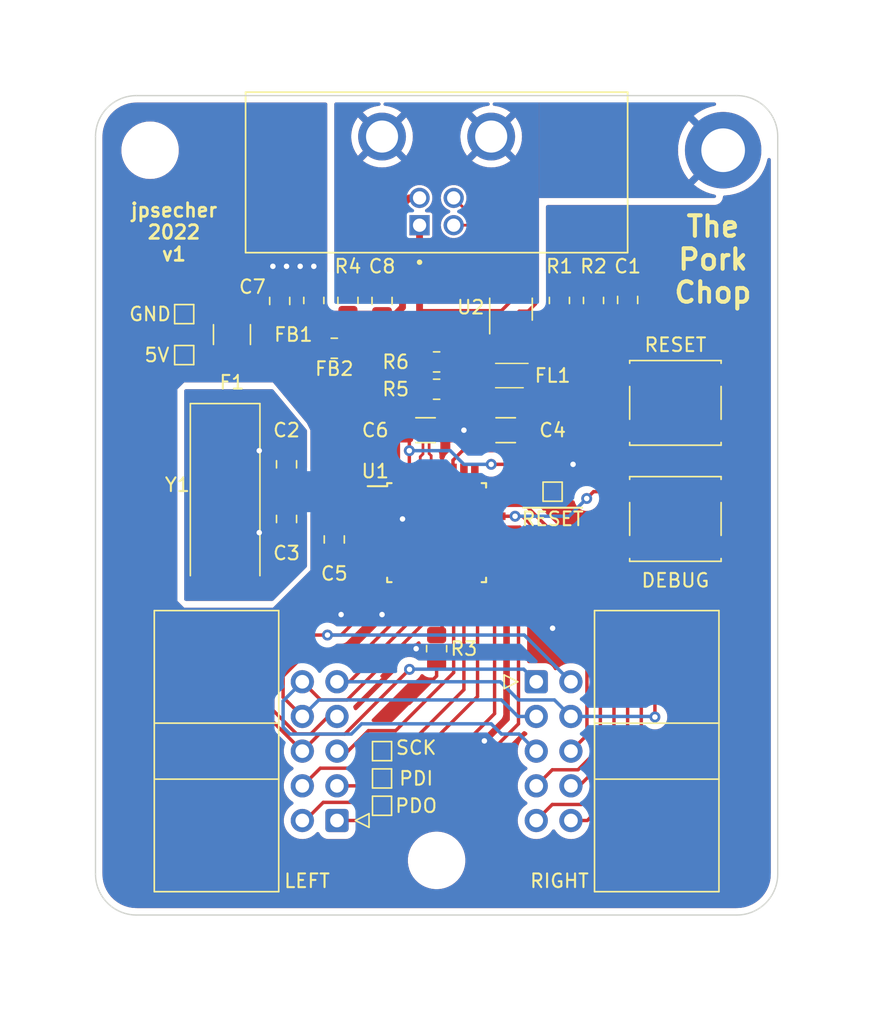
<source format=kicad_pcb>
(kicad_pcb (version 20211014) (generator pcbnew)
  (layers (0 "F.Cu" signal) (31 "B.Cu" signal) (34 "B.Paste" user) (35 "F.Paste" user) (36 "B.SilkS" user "B.Silkscreen") (37 "F.SilkS" user "F.Silkscreen") (38 "B.Mask" user) (39 "F.Mask" user) (44 "Edge.Cuts" user))
  (net 0 "")
  (net 1 "Net-(C1-Pad1)")
  (net 2 "GND")
  (net 3 "Net-(C2-Pad1)")
  (net 4 "Net-(C3-Pad1)")
  (net 5 "Net-(C4-Pad1)")
  (net 6 "+5V")
  (net 7 "Net-(C7-Pad1)")
  (net 8 "GNDPWR")
  (net 9 "Net-(C8-Pad2)")
  (net 10 "Net-(FB2-Pad2)")
  (net 11 "/D+")
  (net 12 "Net-(FL1-Pad2)")
  (net 13 "Net-(FL1-Pad3)")
  (net 14 "/D-")
  (net 15 "/DD-")
  (net 16 "R0")
  (net 17 "R1")
  (net 18 "R2")
  (net 19 "R3")
  (net 20 "R4")
  (net 21 "C0")
  (net 22 "C1")
  (net 23 "C2")
  (net 24 "C3")
  (net 25 "C4")
  (net 26 "C5")
  (net 27 "C6")
  (net 28 "C7")
  (net 29 "C8")
  (net 30 "C9")
  (net 31 "Net-(R2-Pad2)")
  (net 32 "Net-(R3-Pad1)")
  (net 33 "/DD+")
  (net 34 "DDD-")
  (net 40 "DDD+")
  (footprint "mech-kbd:AMPHENOL_MUSBD111M0" (layer "F.Cu") (at 125 63 180)
    (fp_text reference "J1" hide)
    (fp_text value "MUSBD111M0")
    (pad "1" thru_hole rect (at 1.25 -6.49 180) (size 1.478 1.478) (drill 0.97) (layers *.Cu *.Mask) (net 10 "Net-(FB2-Pad2)"))
    (pad "2" thru_hole circle (at -1.25 -6.49 180) (size 1.478 1.478) (drill 0.97) (layers *.Cu *.Mask) (net 14 "/D-"))
    (pad "3" thru_hole circle (at -1.25 -4.49 180) (size 1.478 1.478) (drill 0.97) (layers *.Cu *.Mask) (net 11 "/D+"))
    (pad "4" thru_hole circle (at 1.25 -4.49 180) (size 1.478 1.478) (drill 0.97) (layers *.Cu *.Mask) (net 9 "Net-(C8-Pad2)"))
    (pad "5" thru_hole circle (at -4 0 180) (size 3.5 3.5) (drill 2.35) (layers *.Cu *.Mask) (net 8 "GNDPWR"))
    (pad "5" thru_hole circle (at 4 0 180) (size 3.5 3.5) (drill 2.35) (layers *.Cu *.Mask) (net 8 "GNDPWR"))
  )
  (footprint "Capacitor_SMD:C_0805_2012Metric_Pad1.18x1.45mm_HandSolder" (layer "F.Cu") (at 121 75.0375 -90)
    (fp_text reference "C8" (at -2.5375 0 180) (layer "F.SilkS"))
    (fp_text value "22p/100V")
    (pad "1" smd roundrect (at -1.0375 0 270) (size 1.175 1.45) (layers "F.Cu" "F.Paste" "F.Mask") (roundrect_rratio 0.2127659574) (net 8 "GNDPWR"))
    (pad "2" smd roundrect (at 1.0375 0 270) (size 1.175 1.45) (layers "F.Cu" "F.Paste" "F.Mask") (roundrect_rratio 0.2127659574) (net 9 "Net-(C8-Pad2)"))
  )
  (footprint "Connector_IDC:IDC-Header_2x05_P2.54mm_Horizontal" (layer "F.Cu") (at 117.6975 113.08 180)
    (fp_text reference "J2" hide)
    (fp_text value "LEFT" (at 2.1975 -4.42) (layer "F.SilkS"))
    (pad "1" thru_hole roundrect (at 0 0 180) (size 1.7 1.7) (drill 1) (layers *.Cu *.Mask) (roundrect_rratio 0.1470588235) (net 21 "C0"))
    (pad "2" thru_hole circle (at 2.54 0 180) (size 1.7 1.7) (drill 1) (layers *.Cu *.Mask) (net 22 "C1"))
    (pad "3" thru_hole circle (at 0 2.54 180) (size 1.7 1.7) (drill 1) (layers *.Cu *.Mask) (net 23 "C2"))
    (pad "4" thru_hole circle (at 2.54 2.54 180) (size 1.7 1.7) (drill 1) (layers *.Cu *.Mask) (net 24 "C3"))
    (pad "5" thru_hole circle (at 0 5.08 180) (size 1.7 1.7) (drill 1) (layers *.Cu *.Mask) (net 25 "C4"))
    (pad "6" thru_hole circle (at 2.54 5.08 180) (size 1.7 1.7) (drill 1) (layers *.Cu *.Mask) (net 16 "R0"))
    (pad "7" thru_hole circle (at 0 7.62 180) (size 1.7 1.7) (drill 1) (layers *.Cu *.Mask) (net 17 "R1"))
    (pad "8" thru_hole circle (at 2.54 7.62 180) (size 1.7 1.7) (drill 1) (layers *.Cu *.Mask) (net 18 "R2"))
    (pad "9" thru_hole circle (at 0 10.16 180) (size 1.7 1.7) (drill 1) (layers *.Cu *.Mask) (net 19 "R3"))
    (pad "10" thru_hole circle (at 2.54 10.16 180) (size 1.7 1.7) (drill 1) (layers *.Cu *.Mask) (net 20 "R4"))
  )
  (footprint "Resistor_SMD:R_0805_2012Metric_Pad1.20x1.40mm_HandSolder" (layer "F.Cu") (at 125 79.5 180)
    (fp_text reference "R6" (at 3 0) (layer "F.SilkS"))
    (fp_text value "22")
    (pad "1" smd roundrect (at -1 0 180) (size 1.2 1.4) (layers "F.Cu" "F.Paste" "F.Mask") (roundrect_rratio 0.2083333333) (net 12 "Net-(FL1-Pad2)"))
    (pad "2" smd roundrect (at 1 0 180) (size 1.2 1.4) (layers "F.Cu" "F.Paste" "F.Mask") (roundrect_rratio 0.2083333333) (net 40 "DDD+"))
  )
  (footprint "Capacitor_SMD:C_0805_2012Metric_Pad1.18x1.45mm_HandSolder" (layer "F.Cu") (at 114 91 -90)
    (fp_text reference "C3" (at 2.5 0 180) (layer "F.SilkS"))
    (fp_text value "22p")
    (pad "1" smd roundrect (at -1.0375 0 270) (size 1.175 1.45) (layers "F.Cu" "F.Paste" "F.Mask") (roundrect_rratio 0.2127659574) (net 4 "Net-(C3-Pad1)"))
    (pad "2" smd roundrect (at 1.0375 0 270) (size 1.175 1.45) (layers "F.Cu" "F.Paste" "F.Mask") (roundrect_rratio 0.2127659574) (net 2 "GND"))
  )
  (footprint "Capacitor_SMD:C_1206_3216Metric_Pad1.33x1.80mm_HandSolder" (layer "F.Cu") (at 124.1875 84.5)
    (fp_text reference "C6" (at -3.6875 0) (layer "F.SilkS"))
    (fp_text value "1µ")
    (pad "1" smd roundrect (at -1.5625 0) (size 1.325 1.8) (layers "F.Cu" "F.Paste" "F.Mask") (roundrect_rratio 0.1886792453) (net 6 "+5V"))
    (pad "2" smd roundrect (at 1.5625 0) (size 1.325 1.8) (layers "F.Cu" "F.Paste" "F.Mask") (roundrect_rratio 0.1886792453) (net 2 "GND"))
  )
  (footprint "Resistor_SMD:R_1210_3225Metric_Pad1.30x2.65mm_HandSolder" (layer "F.Cu") (at 110 77.5 -90)
    (fp_text reference "F1" (at 3.5 0 180) (layer "F.SilkS"))
    (fp_text value "350mA")
    (pad "1" smd roundrect (at -1.55 0 270) (size 1.3 2.65) (layers "F.Cu" "F.Paste" "F.Mask") (roundrect_rratio 0.1923076923) (net 7 "Net-(C7-Pad1)"))
    (pad "2" smd roundrect (at 1.55 0 270) (size 1.3 2.65) (layers "F.Cu" "F.Paste" "F.Mask") (roundrect_rratio 0.1923076923) (net 6 "+5V"))
  )
  (footprint "MountingHole:MountingHole_3.2mm_M3" (layer "F.Cu") (at 104 64)
    (fp_text reference "REF**" hide)
    (fp_text value "MountingHole_3.2mm_M3" hide)
    (pad "" np_thru_hole circle (at 0 0) (size 3.2 3.2) (drill 3.2) (layers *.Cu *.Mask))
  )
  (footprint "Button_Switch_SMD:SW_SPST_EVQQ2" (layer "F.Cu") (at 142.5 82.5 180)
    (fp_text reference "SW1" hide)
    (fp_text value "RESET" (at 0 4.25) (layer "F.SilkS"))
    (pad "1" smd rect (at 3.4 -2 180) (size 3.2 1) (layers "F.Cu" "F.Paste" "F.Mask") (net 31 "Net-(R2-Pad2)"))
    (pad "1" smd rect (at -3.4 -2 180) (size 3.2 1) (layers "F.Cu" "F.Paste" "F.Mask") (net 31 "Net-(R2-Pad2)"))
    (pad "2" smd rect (at 3.4 2 180) (size 3.2 1) (layers "F.Cu" "F.Paste" "F.Mask") (net 2 "GND"))
    (pad "2" smd rect (at -3.4 2 180) (size 3.2 1) (layers "F.Cu" "F.Paste" "F.Mask") (net 2 "GND"))
  )
  (footprint "TestPoint:TestPoint_Pad_1.0x1.0mm" (layer "F.Cu") (at 106.5 76)
    (fp_text reference "TP5" hide)
    (fp_text value "GND" (at -2.5 0) (layer "F.SilkS"))
    (pad "1" smd rect (at 0 0) (size 1 1) (layers "F.Cu" "F.Mask") (net 2 "GND"))
  )
  (footprint "Capacitor_SMD:C_1206_3216Metric_Pad1.33x1.80mm_HandSolder" (layer "F.Cu") (at 130.0625 84.5 180)
    (fp_text reference "C4" (at -3.4375 0) (layer "F.SilkS"))
    (fp_text value "1µ")
    (pad "1" smd roundrect (at -1.5625 0 180) (size 1.325 1.8) (layers "F.Cu" "F.Paste" "F.Mask") (roundrect_rratio 0.1886792453) (net 5 "Net-(C4-Pad1)"))
    (pad "2" smd roundrect (at 1.5625 0 180) (size 1.325 1.8) (layers "F.Cu" "F.Paste" "F.Mask") (roundrect_rratio 0.1886792453) (net 2 "GND"))
  )
  (footprint "Connector_IDC:IDC-Header_2x05_P2.54mm_Horizontal" (layer "F.Cu") (at 132.3025 102.92)
    (fp_text reference "J3" hide)
    (fp_text value "RIGHT" (at 1.6975 14.58) (layer "F.SilkS"))
    (pad "1" thru_hole roundrect (at 0 0) (size 1.7 1.7) (drill 1) (layers *.Cu *.Mask) (roundrect_rratio 0.1470588235) (net 16 "R0"))
    (pad "2" thru_hole circle (at 2.54 0) (size 1.7 1.7) (drill 1) (layers *.Cu *.Mask) (net 17 "R1"))
    (pad "3" thru_hole circle (at 0 2.54) (size 1.7 1.7) (drill 1) (layers *.Cu *.Mask) (net 18 "R2"))
    (pad "4" thru_hole circle (at 2.54 2.54) (size 1.7 1.7) (drill 1) (layers *.Cu *.Mask) (net 19 "R3"))
    (pad "5" thru_hole circle (at 0 5.08) (size 1.7 1.7) (drill 1) (layers *.Cu *.Mask) (net 20 "R4"))
    (pad "6" thru_hole circle (at 2.54 5.08) (size 1.7 1.7) (drill 1) (layers *.Cu *.Mask) (net 26 "C5"))
    (pad "7" thru_hole circle (at 0 7.62) (size 1.7 1.7) (drill 1) (layers *.Cu *.Mask) (net 27 "C6"))
    (pad "8" thru_hole circle (at 2.54 7.62) (size 1.7 1.7) (drill 1) (layers *.Cu *.Mask) (net 28 "C7"))
    (pad "9" thru_hole circle (at 0 10.16) (size 1.7 1.7) (drill 1) (layers *.Cu *.Mask) (net 29 "C8"))
    (pad "10" thru_hole circle (at 2.54 10.16) (size 1.7 1.7) (drill 1) (layers *.Cu *.Mask) (net 30 "C9"))
  )
  (footprint "TestPoint:TestPoint_Pad_1.0x1.0mm" (layer "F.Cu") (at 121 110 180)
    (fp_text reference "TP3" hide)
    (fp_text value "PDI" (at -2.5 0) (layer "F.SilkS"))
    (pad "1" smd rect (at 0 0 180) (size 1 1) (layers "F.Cu" "F.Mask") (net 23 "C2"))
  )
  (footprint "Capacitor_SMD:C_0805_2012Metric_Pad1.18x1.45mm_HandSolder" (layer "F.Cu") (at 114 87 90)
    (fp_text reference "C2" (at 2.5 0 180) (layer "F.SilkS"))
    (fp_text value "22p")
    (pad "1" smd roundrect (at -1.0375 0 90) (size 1.175 1.45) (layers "F.Cu" "F.Paste" "F.Mask") (roundrect_rratio 0.2127659574) (net 3 "Net-(C2-Pad1)"))
    (pad "2" smd roundrect (at 1.0375 0 90) (size 1.175 1.45) (layers "F.Cu" "F.Paste" "F.Mask") (roundrect_rratio 0.2127659574) (net 2 "GND"))
  )
  (footprint "Button_Switch_SMD:SW_SPST_EVQQ2" (layer "F.Cu") (at 142.5 91)
    (fp_text reference "SW2" hide)
    (fp_text value "DEBUG" (at 0 4.5) (layer "F.SilkS"))
    (pad "1" smd rect (at 3.4 -2) (size 3.2 1) (layers "F.Cu" "F.Paste" "F.Mask") (net 29 "C8"))
    (pad "1" smd rect (at -3.4 -2) (size 3.2 1) (layers "F.Cu" "F.Paste" "F.Mask") (net 29 "C8"))
    (pad "2" smd rect (at -3.4 2) (size 3.2 1) (layers "F.Cu" "F.Paste" "F.Mask") (net 19 "R3"))
    (pad "2" smd rect (at 3.4 2) (size 3.2 1) (layers "F.Cu" "F.Paste" "F.Mask") (net 19 "R3"))
  )
  (footprint "MountingHole:MountingHole_3.2mm_M3_DIN965_Pad" (layer "F.Cu") (at 146 64)
    (fp_text reference "H1" hide)
    (fp_text value "case" hide)
    (pad "1" thru_hole circle (at 0 0) (size 5.6 5.6) (drill 3.2) (layers *.Cu *.Mask) (net 8 "GNDPWR"))
  )
  (footprint "TestPoint:TestPoint_Pad_1.0x1.0mm" (layer "F.Cu") (at 121 112)
    (fp_text reference "TP4" hide)
    (fp_text value "PDO" (at 2.5 0 180) (layer "F.SilkS"))
    (pad "1" smd rect (at 0 0) (size 1 1) (layers "F.Cu" "F.Mask") (net 22 "C1"))
  )
  (footprint "Resistor_SMD:R_0805_2012Metric_Pad1.20x1.40mm_HandSolder" (layer "F.Cu") (at 125 81.5 180)
    (fp_text reference "R5" (at 3 0) (layer "F.SilkS"))
    (fp_text value "22")
    (pad "1" smd roundrect (at -1 0 180) (size 1.2 1.4) (layers "F.Cu" "F.Paste" "F.Mask") (roundrect_rratio 0.2083333333) (net 13 "Net-(FL1-Pad3)"))
    (pad "2" smd roundrect (at 1 0 180) (size 1.2 1.4) (layers "F.Cu" "F.Paste" "F.Mask") (roundrect_rratio 0.2083333333) (net 34 "DDD-"))
  )
  (footprint "Crystal:Crystal_SMD_HC49-SD" (layer "F.Cu") (at 109.5 89.25 -90)
    (fp_text reference "Y1" (at -0.75 3.5 180) (layer "F.SilkS"))
    (fp_text value "16MHz")
    (pad "1" smd rect (at -4.25 0 270) (size 4.5 2) (layers "F.Cu" "F.Paste" "F.Mask") (net 3 "Net-(C2-Pad1)"))
    (pad "2" smd rect (at 4.25 0 270) (size 4.5 2) (layers "F.Cu" "F.Paste" "F.Mask") (net 4 "Net-(C3-Pad1)"))
  )
  (footprint "Resistor_SMD:R_0805_2012Metric_Pad1.20x1.40mm_HandSolder" (layer "F.Cu") (at 117.5 78.5)
    (fp_text reference "FB2" (at 0 1.5) (layer "F.SilkS"))
    (fp_text value "120")
    (pad "1" smd roundrect (at -1 0) (size 1.2 1.4) (layers "F.Cu" "F.Paste" "F.Mask") (roundrect_rratio 0.2083333333) (net 7 "Net-(C7-Pad1)"))
    (pad "2" smd roundrect (at 1 0) (size 1.2 1.4) (layers "F.Cu" "F.Paste" "F.Mask") (roundrect_rratio 0.2083333333) (net 10 "Net-(FB2-Pad2)"))
  )
  (footprint "TestPoint:TestPoint_Pad_1.0x1.0mm" (layer "F.Cu") (at 121 108)
    (fp_text reference "TP2" hide)
    (fp_text value "SCK" (at 2.5 -0.25) (layer "F.SilkS"))
    (pad "1" smd rect (at 0 0) (size 1 1) (layers "F.Cu" "F.Mask") (net 24 "C3"))
  )
  (footprint "Capacitor_SMD:C_0805_2012Metric_Pad1.18x1.45mm_HandSolder" (layer "F.Cu") (at 113.5 75.0375 90)
    (fp_text reference "C7" (at 1.0375 -2 180) (layer "F.SilkS"))
    (fp_text value "4µ7")
    (pad "1" smd roundrect (at -1.0375 0 90) (size 1.175 1.45) (layers "F.Cu" "F.Paste" "F.Mask") (roundrect_rratio 0.2127659574) (net 7 "Net-(C7-Pad1)"))
    (pad "2" smd roundrect (at 1.0375 0 90) (size 1.175 1.45) (layers "F.Cu" "F.Paste" "F.Mask") (roundrect_rratio 0.2127659574) (net 2 "GND"))
  )
  (footprint "Resistor_SMD:R_0805_2012Metric_Pad1.20x1.40mm_HandSolder" (layer "F.Cu") (at 118.5 75 90)
    (fp_text reference "R4" (at 2.5 0 180) (layer "F.SilkS"))
    (fp_text value "1M")
    (pad "1" smd roundrect (at -1 0 90) (size 1.2 1.4) (layers "F.Cu" "F.Paste" "F.Mask") (roundrect_rratio 0.2083333333) (net 9 "Net-(C8-Pad2)"))
    (pad "2" smd roundrect (at 1 0 90) (size 1.2 1.4) (layers "F.Cu" "F.Paste" "F.Mask") (roundrect_rratio 0.2083333333) (net 8 "GNDPWR"))
  )
  (footprint "MountingHole:MountingHole_3.2mm_M3" (layer "F.Cu") (at 125 116)
    (fp_text reference "REF**" hide)
    (fp_text value "MountingHole_3.2mm_M3" hide)
    (pad "" np_thru_hole circle (at 0 0) (size 3.2 3.2) (drill 3.2) (layers *.Cu *.Mask))
  )
  (footprint "TestPoint:TestPoint_Pad_1.0x1.0mm" (layer "F.Cu") (at 133.5 89)
    (fp_text reference "TP1" hide)
    (fp_text value "~{RESET}" (at 0 2) (layer "F.SilkS"))
    (pad "1" smd rect (at 0 0) (size 1 1) (layers "F.Cu" "F.Mask") (net 31 "Net-(R2-Pad2)"))
  )
  (footprint "Capacitor_SMD:C_0805_2012Metric_Pad1.18x1.45mm_HandSolder" (layer "F.Cu") (at 117.5 92.5 90)
    (fp_text reference "C5" (at -2.5 0 180) (layer "F.SilkS"))
    (fp_text value "1µ")
    (pad "1" smd roundrect (at -1.0375 0 90) (size 1.175 1.45) (layers "F.Cu" "F.Paste" "F.Mask") (roundrect_rratio 0.2127659574) (net 6 "+5V"))
    (pad "2" smd roundrect (at 1.0375 0 90) (size 1.175 1.45) (layers "F.Cu" "F.Paste" "F.Mask") (roundrect_rratio 0.2127659574) (net 2 "GND"))
  )
  (footprint "Inductor_SMD:L_CommonModeChoke_Coilcraft_0805USB" (layer "F.Cu") (at 130.335 80.5 -90)
    (fp_text reference "FL1" (at 0 -3.165 180) (layer "F.SilkS"))
    (fp_text value "NCC0805F900KTRF")
    (pad "1" smd roundrect (at -0.435 -0.835 270) (size 0.51 0.76) (layers "F.Cu" "F.Paste" "F.Mask") (roundrect_rratio 0.05) (net 33 "/DD+"))
    (pad "2" smd roundrect (at -0.435 0.835 270) (size 0.51 0.76) (layers "F.Cu" "F.Paste" "F.Mask") (roundrect_rratio 0.05) (net 12 "Net-(FL1-Pad2)"))
    (pad "3" smd roundrect (at 0.435 0.835 270) (size 0.51 0.76) (layers "F.Cu" "F.Paste" "F.Mask") (roundrect_rratio 0.05) (net 13 "Net-(FL1-Pad3)"))
    (pad "4" smd roundrect (at 0.435 -0.835 270) (size 0.51 0.76) (layers "F.Cu" "F.Paste" "F.Mask") (roundrect_rratio 0.05) (net 15 "/DD-"))
  )
  (footprint "Resistor_SMD:R_0805_2012Metric_Pad1.20x1.40mm_HandSolder" (layer "F.Cu") (at 134 75 90)
    (fp_text reference "R1" (at 2.5 0 180) (layer "F.SilkS"))
    (fp_text value "10k")
    (pad "1" smd roundrect (at -1 0 90) (size 1.2 1.4) (layers "F.Cu" "F.Paste" "F.Mask") (roundrect_rratio 0.2083333333) (net 6 "+5V"))
    (pad "2" smd roundrect (at 1 0 90) (size 1.2 1.4) (layers "F.Cu" "F.Paste" "F.Mask") (roundrect_rratio 0.2083333333) (net 1 "Net-(C1-Pad1)"))
  )
  (footprint "Package_QFP:TQFP-32_7x7mm_P0.8mm" (layer "F.Cu") (at 125 92)
    (fp_text reference "U1" (at -4.5 -4.5) (layer "F.SilkS"))
    (fp_text value "ATmega32U2")
    (pad "1" smd rect (at -4.25 -2.8) (size 1.6 0.55) (layers "F.Cu" "F.Paste" "F.Mask") (net 3 "Net-(C2-Pad1)"))
    (pad "2" smd rect (at -4.25 -2) (size 1.6 0.55) (layers "F.Cu" "F.Paste" "F.Mask") (net 4 "Net-(C3-Pad1)"))
    (pad "3" smd rect (at -4.25 -1.2) (size 1.6 0.55) (layers "F.Cu" "F.Paste" "F.Mask") (net 2 "GND"))
    (pad "4" smd rect (at -4.25 -0.4) (size 1.6 0.55) (layers "F.Cu" "F.Paste" "F.Mask") (net 6 "+5V"))
    (pad "5" smd rect (at -4.25 0.4) (size 1.6 0.55) (layers "F.Cu" "F.Paste" "F.Mask"))
    (pad "6" smd rect (at -4.25 1.2) (size 1.6 0.55) (layers "F.Cu" "F.Paste" "F.Mask"))
    (pad "7" smd rect (at -4.25 2) (size 1.6 0.55) (layers "F.Cu" "F.Paste" "F.Mask"))
    (pad "8" smd rect (at -4.25 2.8) (size 1.6 0.55) (layers "F.Cu" "F.Paste" "F.Mask") (net 16 "R0"))
    (pad "9" smd rect (at -2.8 4.25 90) (size 1.6 0.55) (layers "F.Cu" "F.Paste" "F.Mask") (net 17 "R1"))
    (pad "10" smd rect (at -2 4.25 90) (size 1.6 0.55) (layers "F.Cu" "F.Paste" "F.Mask") (net 18 "R2"))
    (pad "11" smd rect (at -1.2 4.25 90) (size 1.6 0.55) (layers "F.Cu" "F.Paste" "F.Mask") (net 19 "R3"))
    (pad "12" smd rect (at -0.4 4.25 90) (size 1.6 0.55) (layers "F.Cu" "F.Paste" "F.Mask") (net 20 "R4"))
    (pad "13" smd rect (at 0.4 4.25 90) (size 1.6 0.55) (layers "F.Cu" "F.Paste" "F.Mask") (net 32 "Net-(R3-Pad1)"))
    (pad "14" smd rect (at 1.2 4.25 90) (size 1.6 0.55) (layers "F.Cu" "F.Paste" "F.Mask") (net 25 "C4"))
    (pad "15" smd rect (at 2 4.25 90) (size 1.6 0.55) (layers "F.Cu" "F.Paste" "F.Mask") (net 24 "C3"))
    (pad "16" smd rect (at 2.8 4.25 90) (size 1.6 0.55) (layers "F.Cu" "F.Paste" "F.Mask") (net 23 "C2"))
    (pad "17" smd rect (at 4.25 2.8) (size 1.6 0.55) (layers "F.Cu" "F.Paste" "F.Mask") (net 22 "C1"))
    (pad "18" smd rect (at 4.25 2) (size 1.6 0.55) (layers "F.Cu" "F.Paste" "F.Mask") (net 21 "C0"))
    (pad "19" smd rect (at 4.25 1.2) (size 1.6 0.55) (layers "F.Cu" "F.Paste" "F.Mask") (net 26 "C5"))
    (pad "20" smd rect (at 4.25 0.4) (size 1.6 0.55) (layers "F.Cu" "F.Paste" "F.Mask") (net 27 "C6"))
    (pad "21" smd rect (at 4.25 -0.4) (size 1.6 0.55) (layers "F.Cu" "F.Paste" "F.Mask") (net 28 "C7"))
    (pad "22" smd rect (at 4.25 -1.2) (size 1.6 0.55) (layers "F.Cu" "F.Paste" "F.Mask") (net 29 "C8"))
    (pad "23" smd rect (at 4.25 -2) (size 1.6 0.55) (layers "F.Cu" "F.Paste" "F.Mask") (net 30 "C9"))
    (pad "24" smd rect (at 4.25 -2.8) (size 1.6 0.55) (layers "F.Cu" "F.Paste" "F.Mask") (net 31 "Net-(R2-Pad2)"))
    (pad "25" smd rect (at 2.8 -4.25 90) (size 1.6 0.55) (layers "F.Cu" "F.Paste" "F.Mask"))
    (pad "26" smd rect (at 2 -4.25 90) (size 1.6 0.55) (layers "F.Cu" "F.Paste" "F.Mask"))
    (pad "27" smd rect (at 1.2 -4.25 90) (size 1.6 0.55) (layers "F.Cu" "F.Paste" "F.Mask") (net 5 "Net-(C4-Pad1)"))
    (pad "28" smd rect (at 0.4 -4.25 90) (size 1.6 0.55) (layers "F.Cu" "F.Paste" "F.Mask") (net 2 "GND"))
    (pad "29" smd rect (at -0.4 -4.25 90) (size 1.6 0.55) (layers "F.Cu" "F.Paste" "F.Mask") (net 40 "DDD+"))
    (pad "30" smd rect (at -1.2 -4.25 90) (size 1.6 0.55) (layers "F.Cu" "F.Paste" "F.Mask") (net 34 "DDD-"))
    (pad "31" smd rect (at -2 -4.25 90) (size 1.6 0.55) (layers "F.Cu" "F.Paste" "F.Mask") (net 6 "+5V"))
    (pad "32" smd rect (at -2.8 -4.25 90) (size 1.6 0.55) (layers "F.Cu" "F.Paste" "F.Mask") (net 6 "+5V"))
  )
  (footprint "Package_TO_SOT_SMD:SOT-23-6" (layer "F.Cu") (at 130.45 75.6375 90)
    (fp_text reference "U2" (at 0.1375 -2.95 180) (layer "F.SilkS"))
    (fp_text value "USBLC6-2SC6")
    (pad "1" smd roundrect (at -1.1375 -0.95 90) (size 1.325 0.6) (layers "F.Cu" "F.Paste" "F.Mask") (net 15 "/DD-"))
    (pad "2" smd roundrect (at -1.1375 0 90) (size 1.325 0.6) (layers "F.Cu" "F.Paste" "F.Mask") (net 8 "GNDPWR"))
    (pad "3" smd roundrect (at -1.1375 0.95 90) (size 1.325 0.6) (layers "F.Cu" "F.Paste" "F.Mask") (net 33 "/DD+"))
    (pad "4" smd roundrect (at 1.1375 0.95 90) (size 1.325 0.6) (layers "F.Cu" "F.Paste" "F.Mask") (net 11 "/D+"))
    (pad "5" smd roundrect (at 1.1375 0 90) (size 1.325 0.6) (layers "F.Cu" "F.Paste" "F.Mask") (net 10 "Net-(FB2-Pad2)"))
    (pad "6" smd roundrect (at 1.1375 -0.95 90) (size 1.325 0.6) (layers "F.Cu" "F.Paste" "F.Mask") (net 14 "/D-"))
  )
  (footprint "Capacitor_SMD:C_0805_2012Metric_Pad1.18x1.45mm_HandSolder" (layer "F.Cu") (at 139 74.9625 -90)
    (fp_text reference "C1" (at -2.4625 0 180) (layer "F.SilkS"))
    (fp_text value "22p")
    (pad "1" smd roundrect (at -1.0375 0 270) (size 1.175 1.45) (layers "F.Cu" "F.Paste" "F.Mask") (roundrect_rratio 0.2127659574) (net 1 "Net-(C1-Pad1)"))
    (pad "2" smd roundrect (at 1.0375 0 270) (size 1.175 1.45) (layers "F.Cu" "F.Paste" "F.Mask") (roundrect_rratio 0.2127659574) (net 2 "GND"))
  )
  (footprint "Resistor_SMD:R_0805_2012Metric_Pad1.20x1.40mm_HandSolder" (layer "F.Cu") (at 125 100.5 -90)
    (fp_text reference "R3" (at 0 -2 180) (layer "F.SilkS"))
    (fp_text value "10k")
    (pad "1" smd roundrect (at -1 0 270) (size 1.2 1.4) (layers "F.Cu" "F.Paste" "F.Mask") (roundrect_rratio 0.2083333333) (net 32 "Net-(R3-Pad1)"))
    (pad "2" smd roundrect (at 1 0 270) (size 1.2 1.4) (layers "F.Cu" "F.Paste" "F.Mask") (roundrect_rratio 0.2083333333) (net 2 "GND"))
  )
  (footprint "Resistor_SMD:R_0805_2012Metric_Pad1.20x1.40mm_HandSolder" (layer "F.Cu") (at 136.5 75 -90)
    (fp_text reference "R2" (at -2.5 0 180) (layer "F.SilkS"))
    (fp_text value "22")
    (pad "1" smd roundrect (at -1 0 270) (size 1.2 1.4) (layers "F.Cu" "F.Paste" "F.Mask") (roundrect_rratio 0.2083333333) (net 1 "Net-(C1-Pad1)"))
    (pad "2" smd roundrect (at 1 0 270) (size 1.2 1.4) (layers "F.Cu" "F.Paste" "F.Mask") (roundrect_rratio 0.2083333333) (net 31 "Net-(R2-Pad2)"))
  )
  (footprint "Resistor_SMD:R_0805_2012Metric_Pad1.20x1.40mm_HandSolder" (layer "F.Cu") (at 116 75 -90)
    (fp_text reference "FB1" (at 2.5 1.5 180) (layer "F.SilkS"))
    (fp_text value "120")
    (pad "1" smd roundrect (at -1 0 270) (size 1.2 1.4) (layers "F.Cu" "F.Paste" "F.Mask") (roundrect_rratio 0.2083333333) (net 2 "GND"))
    (pad "2" smd roundrect (at 1 0 270) (size 1.2 1.4) (layers "F.Cu" "F.Paste" "F.Mask") (roundrect_rratio 0.2083333333) (net 9 "Net-(C8-Pad2)"))
  )
  (footprint "TestPoint:TestPoint_Pad_1.0x1.0mm" (layer "F.Cu") (at 106.5 79)
    (fp_text reference "TP6" hide)
    (fp_text value "5V" (at -2 0 180) (layer "F.SilkS"))
    (pad "1" smd rect (at 0 0) (size 1 1) (layers "F.Cu" "F.Mask") (net 6 "+5V"))
  )
  (gr_arc (start 100 63) (mid 100.87868 60.87868) (end 103 60) (layer "Edge.Cuts") (width 0.1))
  (gr_line (start 150 63) (end 150 117) (layer "Edge.Cuts") (width 0.1))
  (gr_arc (start 147 60) (mid 149.12132 60.87868) (end 150 63) (layer "Edge.Cuts") (width 0.1))
  (gr_arc (start 103 120) (mid 100.87868 119.12132) (end 100 117) (layer "Edge.Cuts") (width 0.1))
  (gr_line (start 100 117) (end 100 63) (layer "Edge.Cuts") (width 0.1))
  (gr_line (start 147 120) (end 103 120) (layer "Edge.Cuts") (width 0.1))
  (gr_arc (start 150 117) (mid 149.12132 119.12132) (end 147 120) (layer "Edge.Cuts") (width 0.1))
  (gr_line (start 103 60) (end 147 60) (layer "Edge.Cuts") (width 0.1))
  (gr_text "jpsecher\n2022\nv1" (at 105.75 70) (layer "F.SilkS") (effects (font (size 1 1) (thickness 0.2))))
  (gr_text "The\nPork\nChop" (at 145.25 72) (layer "F.SilkS") (effects (font (size 1.5 1.5) (thickness 0.3))))
  (segment (start 134 74) (end 136.5 74) (width 0.25) (layer "F.Cu") (net 1))
  (segment (start 136.5 74) (end 138.925 74) (width 0.25) (layer "F.Cu") (net 1))
  (segment (start 138.925 74) (end 139 73.925) (width 0.25) (layer "F.Cu") (net 1))
  (segment (start 123 100.5) (end 121 102.5) (width 0.25) (layer "F.Cu") (net 2))
  (segment (start 125 100.5) (end 123.5 100.5) (width 0.25) (layer "F.Cu") (net 2))
  (segment (start 124.95 90.8) (end 125.4 90.35) (width 0.25) (layer "F.Cu") (net 2))
  (segment (start 119.2 90.8) (end 120.75 90.8) (width 0.25) (layer "F.Cu") (net 2))
  (segment (start 125.75 84.5) (end 127 84.5) (width 0.25) (layer "F.Cu") (net 2))
  (segment (start 120.75 90.8) (end 124.95 90.8) (width 0.25) (layer "F.Cu") (net 2))
  (segment (start 123.5 100.5) (end 123 100.5) (width 0.25) (layer "F.Cu") (net 2))
  (segment (start 125 101.5) (end 125 100.5) (width 0.25) (layer "F.Cu") (net 2))
  (segment (start 125.4 84.85) (end 125.4 87.75) (width 0.25) (layer "F.Cu") (net 2))
  (segment (start 125.75 84.5) (end 125.4 84.85) (width 0.25) (layer "F.Cu") (net 2))
  (segment (start 117.5 91.4625) (end 117.5375 91.5) (width 0.25) (layer "F.Cu") (net 2))
  (segment (start 127 84.5) (end 128.5 84.5) (width 0.25) (layer "F.Cu") (net 2))
  (segment (start 125 101.5) (end 125 102.5) (width 0.25) (layer "F.Cu") (net 2))
  (segment (start 125.4 90.35) (end 125.4 87.75) (width 0.25) (layer "F.Cu") (net 2))
  (segment (start 118.5 91.5) (end 119.2 90.8) (width 0.25) (layer "F.Cu") (net 2))
  (segment (start 125 102.5) (end 123 104.5) (width 0.25) (layer "F.Cu") (net 2))
  (segment (start 117.5375 91.5) (end 118.5 91.5) (width 0.25) (layer "F.Cu") (net 2))
  (via (at 127 84.5) (size 0.8) (drill 0.4) (layers "F.Cu" "B.Cu") (net 2))
  (via (at 115 72.5) (size 0.8) (drill 0.4) (layers "F.Cu" "B.Cu") (net 2))
  (via (at 116 72.5) (size 0.8) (drill 0.4) (layers "F.Cu" "B.Cu") (net 2))
  (via (at 122.5 91) (size 0.8) (drill 0.4) (layers "F.Cu" "B.Cu") (net 2))
  (via (at 128.5 107.25) (size 0.8) (drill 0.4) (layers "F.Cu" "B.Cu") (net 2))
  (via (at 113 72.5) (size 0.8) (drill 0.4) (layers "F.Cu" "B.Cu") (net 2))
  (via (at 112 86) (size 0.8) (drill 0.4) (layers "F.Cu" "B.Cu") (net 2))
  (via (at 121 98) (size 0.8) (drill 0.4) (layers "F.Cu" "B.Cu") (net 2))
  (via (at 123.5 100.5) (size 0.8) (drill 0.4) (layers "F.Cu" "B.Cu") (net 2))
  (via (at 118 98) (size 0.8) (drill 0.4) (layers "F.Cu" "B.Cu") (net 2))
  (via (at 114 72.5) (size 0.8) (drill 0.4) (layers "F.Cu" "B.Cu") (net 2))
  (via (at 112 92) (size 0.8) (drill 0.4) (layers "F.Cu" "B.Cu") (net 2))
  (via (at 135 87) (size 0.8) (drill 0.4) (layers "F.Cu" "B.Cu") (net 2))
  (via (at 133.5 99) (size 0.8) (drill 0.4) (layers "F.Cu" "B.Cu") (net 2))
  (segment (start 113.9625 88) (end 114 88.0375) (width 0.25) (layer "F.Cu") (net 3))
  (segment (start 109.5 85) (end 109.5 87) (width 0.25) (layer "F.Cu") (net 3))
  (segment (start 110.5 88) (end 113.9625 88) (width 0.25) (layer "F.Cu") (net 3))
  (segment (start 114 88.0375) (end 114.0375 88) (width 0.25) (layer "F.Cu") (net 3))
  (segment (start 119.7 89.2) (end 120.75 89.2) (width 0.25) (layer "F.Cu") (net 3))
  (segment (start 115.5 88) (end 116 88.5) (width 0.25) (layer "F.Cu") (net 3))
  (segment (start 119 88.5) (end 119.7 89.2) (width 0.25) (layer "F.Cu") (net 3))
  (segment (start 116 88.5) (end 119 88.5) (width 0.25) (layer "F.Cu") (net 3))
  (segment (start 114.0375 88) (end 115.5 88) (width 0.25) (layer "F.Cu") (net 3))
  (segment (start 109.5 87) (end 110.5 88) (width 0.25) (layer "F.Cu") (net 3))
  (segment (start 115.5 90) (end 116 89.5) (width 0.25) (layer "F.Cu") (net 4))
  (segment (start 114.0375 90) (end 115.5 90) (width 0.25) (layer "F.Cu") (net 4))
  (segment (start 110.5375 89.9625) (end 114 89.9625) (width 0.25) (layer "F.Cu") (net 4))
  (segment (start 114 89.9625) (end 114.0375 90) (width 0.25) (layer "F.Cu") (net 4))
  (segment (start 116 89.5) (end 118.863604 89.5) (width 0.25) (layer "F.Cu") (net 4))
  (segment (start 119.363604 90) (end 120.75 90) (width 0.25) (layer "F.Cu") (net 4))
  (segment (start 118.863604 89.5) (end 119.363604 90) (width 0.25) (layer "F.Cu") (net 4))
  (segment (start 109.5 91) (end 110.5375 89.9625) (width 0.25) (layer "F.Cu") (net 4))
  (segment (start 109.5 93.5) (end 109.5 91) (width 0.25) (layer "F.Cu") (net 4))
  (segment (start 130.125 86) (end 131.625 84.5) (width 0.25) (layer "F.Cu") (net 5))
  (segment (start 126.9 86) (end 130.125 86) (width 0.25) (layer "F.Cu") (net 5))
  (segment (start 126.2 86.7) (end 126.9 86) (width 0.25) (layer "F.Cu") (net 5))
  (segment (start 126.2 87.75) (end 126.2 86.7) (width 0.25) (layer "F.Cu") (net 5))
  (segment (start 122.2 87.75) (end 122.2 84.925) (width 0.25) (layer "F.Cu") (net 6))
  (segment (start 104 79.5) (end 104 96.75) (width 0.5) (layer "F.Cu") (net 6))
  (segment (start 109.95 79) (end 110 79.05) (width 0.5) (layer "F.Cu") (net 6))
  (segment (start 106.25 99) (end 113 99) (width 0.5) (layer "F.Cu") (net 6))
  (segment (start 113 99) (end 117.5 94.5) (width 0.5) (layer "F.Cu") (net 6))
  (segment (start 122.625 84.5) (end 123 84.875) (width 0.25) (layer "F.Cu") (net 6))
  (segment (start 104 96.75) (end 106.25 99) (width 0.5) (layer "F.Cu") (net 6))
  (segment (start 133 87) (end 129 87) (width 0.25) (layer "F.Cu") (net 6))
  (segment (start 122.2 84.925) (end 122.625 84.5) (width 0.25) (layer "F.Cu") (net 6))
  (segment (start 110 79.05) (end 110.05 79) (width 0.5) (layer "F.Cu") (net 6))
  (segment (start 106.5 79) (end 109.95 79) (width 0.5) (layer "F.Cu") (net 6))
  (segment (start 104.5 79) (end 104 79.5) (width 0.5) (layer "F.Cu") (net 6))
  (segment (start 134 76) (end 134 86) (width 0.25) (layer "F.Cu") (net 6))
  (segment (start 115.5 82) (end 121.5 82) (width 0.5) (layer "F.Cu") (net 6))
  (segment (start 134 86) (end 133 87) (width 0.25) (layer "F.Cu") (net 6))
  (segment (start 110.05 79) (end 112.5 79) (width 0.5) (layer "F.Cu") (net 6))
  (segment (start 106.5 79) (end 104.5 79) (width 0.5) (layer "F.Cu") (net 6))
  (segment (start 123 84.875) (end 123 87.75) (width 0.25) (layer "F.Cu") (net 6))
  (segment (start 117.5 94.5) (end 117.5 93.5375) (width 0.5) (layer "F.Cu") (net 6))
  (segment (start 117.5 93.5375) (end 119.4375 91.6) (width 0.25) (layer "F.Cu") (net 6))
  (segment (start 122.625 83.125) (end 122.625 84.5) (width 0.5) (layer "F.Cu") (net 6))
  (segment (start 112.5 79) (end 115.5 82) (width 0.5) (layer "F.Cu") (net 6))
  (segment (start 119.4375 91.6) (end 120.75 91.6) (width 0.25) (layer "F.Cu") (net 6))
  (segment (start 121.5 82) (end 122.625 83.125) (width 0.5) (layer "F.Cu") (net 6))
  (via (at 123 86) (size 0.8) (drill 0.4) (layers "F.Cu" "B.Cu") (net 6))
  (via (at 129 87) (size 0.8) (drill 0.4) (layers "F.Cu" "B.Cu") (net 6))
  (segment (start 123 86) (end 126 86) (width 0.25) (layer "B.Cu") (net 6))
  (segment (start 127 87) (end 129 87) (width 0.25) (layer "B.Cu") (net 6))
  (segment (start 126 86) (end 127 87) (width 0.25) (layer "B.Cu") (net 6))
  (segment (start 115 78.5) (end 116.5 78.5) (width 0.5) (layer "F.Cu") (net 7))
  (segment (start 110 75.95) (end 113.375 75.95) (width 0.5) (layer "F.Cu") (net 7))
  (segment (start 113.5 76.075) (end 113.5 77) (width 0.5) (layer "F.Cu") (net 7))
  (segment (start 113.5 77) (end 115 78.5) (width 0.5) (layer "F.Cu") (net 7))
  (segment (start 113.375 75.95) (end 113.5 76.075) (width 0.5) (layer "F.Cu") (net 7))
  (segment (start 130.45 76.775) (end 130.45 76.390749) (width 0.25) (layer "F.Cu") (net 8))
  (segment (start 130.45 76.390749) (end 131.053249 75.7875) (width 0.25) (layer "F.Cu") (net 8))
  (segment (start 132.25 75.25) (end 132.25 72.75) (width 0.25) (layer "F.Cu") (net 8))
  (segment (start 131.7125 75.7875) (end 132.25 75.25) (width 0.25) (layer "F.Cu") (net 8))
  (segment (start 131.053249 75.7875) (end 131.7125 75.7875) (width 0.25) (layer "F.Cu") (net 8))
  (segment (start 121.925 76.075) (end 120.5 76.075) (width 0.5) (layer "F.Cu") (net 9))
  (segment (start 120.425 76) (end 118.5 76) (width 0.5) (layer "F.Cu") (net 9))
  (segment (start 123.01 67.49) (end 122.5 68) (width 0.5) (layer "F.Cu") (net 9))
  (segment (start 122.5 75.5) (end 121.925 76.075) (width 0.5) (layer "F.Cu") (net 9))
  (segment (start 118.5 76) (end 116 76) (width 0.5) (layer "F.Cu") (net 9))
  (segment (start 120.5 76.075) (end 120.425 76) (width 0.5) (layer "F.Cu") (net 9))
  (segment (start 123.75 67.49) (end 123.01 67.49) (width 0.5) (layer "F.Cu") (net 9))
  (segment (start 122.5 68) (end 122.5 75.5) (width 0.5) (layer "F.Cu") (net 9))
  (segment (start 124 75.75) (end 129.75 75.75) (width 0.25) (layer "F.Cu") (net 10))
  (segment (start 123.75 69.49) (end 123.75 72.25) (width 0.5) (layer "F.Cu") (net 10))
  (segment (start 123.75 76.75) (end 123.75 72.25) (width 0.5) (layer "F.Cu") (net 10))
  (segment (start 118.5 78.5) (end 122 78.5) (width 0.5) (layer "F.Cu") (net 10))
  (segment (start 130.45 75.05) (end 130.45 74.5) (width 0.25) (layer "F.Cu") (net 10))
  (segment (start 122 78.5) (end 123.75 76.75) (width 0.5) (layer "F.Cu") (net 10))
  (segment (start 129.75 75.75) (end 130.45 75.05) (width 0.25) (layer "F.Cu") (net 10))
  (segment (start 131.4 74.151104) (end 131.4 74.5) (width 0.2) (layer "F.Cu") (net 11))
  (segment (start 126.25 67.49) (end 130.675001 71.915001) (width 0.2) (layer "F.Cu") (net 11))
  (segment (start 130.675001 71.915001) (end 130.675001 73.426105) (width 0.2) (layer "F.Cu") (net 11))
  (segment (start 130.675001 73.426105) (end 131.4 74.151104) (width 0.2) (layer "F.Cu") (net 11))
  (segment (start 127.5 79.5) (end 128.065 80.065) (width 0.25) (layer "F.Cu") (net 12))
  (segment (start 128.065 80.065) (end 129.5 80.065) (width 0.25) (layer "F.Cu") (net 12))
  (segment (start 126 79.5) (end 127.5 79.5) (width 0.25) (layer "F.Cu") (net 12))
  (segment (start 126 81.5) (end 127.5 81.5) (width 0.25) (layer "F.Cu") (net 13))
  (segment (start 127.5 81.5) (end 128.065 80.935) (width 0.25) (layer "F.Cu") (net 13))
  (segment (start 128.065 80.935) (end 129.5 80.935) (width 0.25) (layer "F.Cu") (net 13))
  (segment (start 130.224999 73.426105) (end 129.5 74.151104) (width 0.2) (layer "F.Cu") (net 14))
  (segment (start 129.5 74.151104) (end 129.5 74.5) (width 0.2) (layer "F.Cu") (net 14))
  (segment (start 127.613603 69.49) (end 130.224999 72.101396) (width 0.2) (layer "F.Cu") (net 14))
  (segment (start 130.224999 72.101396) (end 130.224999 73.426105) (width 0.2) (layer "F.Cu") (net 14))
  (segment (start 126.25 69.49) (end 127.613603 69.49) (width 0.2) (layer "F.Cu") (net 14))
  (segment (start 129.5 77.123896) (end 130.224999 77.848895) (width 0.2) (layer "F.Cu") (net 15))
  (segment (start 130.224999 77.848895) (end 130.224999 80.164326) (width 0.2) (layer "F.Cu") (net 15))
  (segment (start 129.5 76.775) (end 129.5 77.123896) (width 0.2) (layer "F.Cu") (net 15))
  (segment (start 130.995673 80.935) (end 131.17 80.935) (width 0.2) (layer "F.Cu") (net 15))
  (segment (start 130.224999 80.164326) (end 130.995673 80.935) (width 0.2) (layer "F.Cu") (net 15))
  (segment (start 119.7 94.8) (end 112.25 102.25) (width 0.25) (layer "F.Cu") (net 16))
  (segment (start 118.274598 106.75) (end 123.012299 102.012299) (width 0.25) (layer "F.Cu") (net 16))
  (segment (start 112.25 102.25) (end 112.25 105.0925) (width 0.25) (layer "F.Cu") (net 16))
  (segment (start 116.4075 106.75) (end 118.274598 106.75) (width 0.25) (layer "F.Cu") (net 16))
  (segment (start 115.1575 108) (end 116.4075 106.75) (width 0.25) (layer "F.Cu") (net 16))
  (segment (start 120.75 94.8) (end 119.7 94.8) (width 0.25) (layer "F.Cu") (net 16))
  (segment (start 112.25 105.0925) (end 115.1575 108) (width 0.25) (layer "F.Cu") (net 16))
  (via (at 123.012299 102.012299) (size 0.8) (drill 0.4) (layers "F.Cu" "B.Cu") (net 16))
  (segment (start 123.024598 102) (end 123.012299 102.012299) (width 0.25) (layer "B.Cu") (net 16))
  (segment (start 131.3825 102) (end 123.024598 102) (width 0.25) (layer "B.Cu") (net 16))
  (segment (start 132.3025 102.92) (end 131.3825 102) (width 0.25) (layer "B.Cu") (net 16))
  (segment (start 113 105) (end 113 102.38569) (width 0.25) (layer "F.Cu") (net 17))
  (segment (start 118 99.5) (end 117 99.5) (width 0.25) (layer "F.Cu") (net 17))
  (segment (start 121.25 96.25) (end 118 99.5) (width 0.25) (layer "F.Cu") (net 17))
  (segment (start 115.88569 99.5) (end 117 99.5) (width 0.25) (layer "F.Cu") (net 17))
  (segment (start 117.6975 105.46) (end 117.06181 105.46) (width 0.25) (layer "F.Cu") (net 17))
  (segment (start 113 102.38569) (end 115.88569 99.5) (width 0.25) (layer "F.Cu") (net 17))
  (segment (start 114.734985 106.734985) (end 113 105) (width 0.25) (layer "F.Cu") (net 17))
  (segment (start 122.2 96.25) (end 121.25 96.25) (width 0.25) (layer "F.Cu") (net 17))
  (segment (start 117.06181 105.46) (end 115.786825 106.734985) (width 0.25) (layer "F.Cu") (net 17))
  (segment (start 115.786825 106.734985) (end 114.734985 106.734985) (width 0.25) (layer "F.Cu") (net 17))
  (via (at 117 99.5) (size 0.8) (drill 0.4) (layers "F.Cu" "B.Cu") (net 17))
  (segment (start 134.8425 102.92) (end 131.4225 99.5) (width 0.25) (layer "B.Cu") (net 17))
  (segment (start 131.4225 99.5) (end 117 99.5) (width 0.25) (layer "B.Cu") (net 17))
  (segment (start 123 97.387299) (end 123 96.25) (width 0.25) (layer "F.Cu") (net 18))
  (segment (start 119.137299 101.25) (end 123 97.387299) (width 0.25) (layer "F.Cu") (net 18))
  (segment (start 113.75 102.51069) (end 115.01069 101.25) (width 0.25) (layer "F.Cu") (net 18))
  (segment (start 115.01069 101.25) (end 119.137299 101.25) (width 0.25) (layer "F.Cu") (net 18))
  (segment (start 115.1575 105.46) (end 113.75 104.0525) (width 0.25) (layer "F.Cu") (net 18))
  (segment (start 113.75 104.0525) (end 113.75 102.51069) (width 0.25) (layer "F.Cu") (net 18))
  (segment (start 130.96 105.46) (end 129.75 104.25) (width 0.25) (layer "B.Cu") (net 18))
  (segment (start 132.3025 105.46) (end 130.96 105.46) (width 0.25) (layer "B.Cu") (net 18))
  (segment (start 129.75 104.25) (end 116.3675 104.25) (width 0.25) (layer "B.Cu") (net 18))
  (segment (start 116.3675 104.25) (end 115.1575 105.46) (width 0.25) (layer "B.Cu") (net 18))
  (segment (start 139.1 93) (end 145.9 93) (width 0.25) (layer "F.Cu") (net 19))
  (segment (start 139 94.5) (end 141 96.5) (width 0.25) (layer "F.Cu") (net 19))
  (segment (start 117.6975 102.92) (end 118.614791 102.92) (width 0.25) (layer "F.Cu") (net 19))
  (segment (start 141 96.5) (end 141 105.5) (width 0.25) (layer "F.Cu") (net 19))
  (segment (start 139 93.1) (end 139 94.5) (width 0.25) (layer "F.Cu") (net 19))
  (segment (start 118.614791 102.92) (end 123.8 97.734791) (width 0.25) (layer "F.Cu") (net 19))
  (segment (start 139.1 93) (end 139 93.1) (width 0.25) (layer "F.Cu") (net 19))
  (segment (start 123.8 97.734791) (end 123.8 96.25) (width 0.25) (layer "F.Cu") (net 19))
  (via (at 141 105.5) (size 0.8) (drill 0.4) (layers "F.Cu" "B.Cu") (net 19))
  (segment (start 117.6975 102.92) (end 129.67 102.92) (width 0.25) (layer "B.Cu") (net 19))
  (segment (start 140.96 105.46) (end 141 105.5) (width 0.25) (layer "B.Cu") (net 19))
  (segment (start 129.67 102.92) (end 131 104.25) (width 0.25) (layer "B.Cu") (net 19))
  (segment (start 131 104.25) (end 133.6325 104.25) (width 0.25) (layer "B.Cu") (net 19))
  (segment (start 134.8425 105.46) (end 140.96 105.46) (width 0.25) (layer "B.Cu") (net 19))
  (segment (start 133.6325 104.25) (end 134.8425 105.46) (width 0.25) (layer "B.Cu") (net 19))
  (segment (start 116.5 104.25) (end 115.17 102.92) (width 0.25) (layer "F.Cu") (net 20))
  (segment (start 115.17 102.92) (end 115.1575 102.92) (width 0.25) (layer "F.Cu") (net 20))
  (segment (start 124.6 98.093413) (end 118.443413 104.25) (width 0.25) (layer "F.Cu") (net 20))
  (segment (start 118.443413 104.25) (end 116.5 104.25) (width 0.25) (layer "F.Cu") (net 20))
  (segment (start 124.6 96.25) (end 124.6 98.093413) (width 0.25) (layer "F.Cu") (net 20))
  (segment (start 131.0525 106.75) (end 132.3025 108) (width 0.25) (layer "B.Cu") (net 20))
  (segment (start 114.25 106.75) (end 118.75 106.75) (width 0.25) (layer "B.Cu") (net 20))
  (segment (start 113.75 104.3275) (end 113.75 106.25) (width 0.25) (layer "B.Cu") (net 20))
  (segment (start 129 106) (end 129.75 106.75) (width 0.25) (layer "B.Cu") (net 20))
  (segment (start 115.1575 102.92) (end 113.75 104.3275) (width 0.25) (layer "B.Cu") (net 20))
  (segment (start 119.5 106) (end 129 106) (width 0.25) (layer "B.Cu") (net 20))
  (segment (start 129.75 106.75) (end 131.0525 106.75) (width 0.25) (layer "B.Cu") (net 20))
  (segment (start 118.75 106.75) (end 119.5 106) (width 0.25) (layer "B.Cu") (net 20))
  (segment (start 113.75 106.25) (end 114.25 106.75) (width 0.25) (layer "B.Cu") (net 20))
  (segment (start 117.6975 113.08) (end 123.92 113.08) (width 0.25) (layer "F.Cu") (net 21))
  (segment (start 131 106) (end 131 94.7) (width 0.25) (layer "F.Cu") (net 21))
  (segment (start 123.92 113.08) (end 131 106) (width 0.25) (layer "F.Cu") (net 21))
  (segment (start 130.3 94) (end 129.25 94) (width 0.25) (layer "F.Cu") (net 21))
  (segment (start 131 94.7) (end 130.3 94) (width 0.25) (layer "F.Cu") (net 21))
  (segment (start 115.362845 113.08) (end 115.1575 113.08) (width 0.25) (layer "F.Cu") (net 22))
  (segment (start 129.25 105.25) (end 122.75 111.75) (width 0.25) (layer "F.Cu") (net 22))
  (segment (start 116.692845 111.75) (end 115.362845 113.08) (width 0.25) (layer "F.Cu") (net 22))
  (segment (start 129.25 94.8) (end 129.25 105.25) (width 0.25) (layer "F.Cu") (net 22))
  (segment (start 122.75 111.75) (end 116.692845 111.75) (width 0.25) (layer "F.Cu") (net 22))
  (segment (start 128 98) (end 127.8 97.8) (width 0.25) (layer "F.Cu") (net 23))
  (segment (start 117.6975 110.54) (end 119.46 110.54) (width 0.25) (layer "F.Cu") (net 23))
  (segment (start 127.8 97.8) (end 127.8 96.25) (width 0.25) (layer "F.Cu") (net 23))
  (segment (start 119.46 110.54) (end 120 110) (width 0.25) (layer "F.Cu") (net 23))
  (segment (start 122 110) (end 128 104) (width 0.25) (layer "F.Cu") (net 23))
  (segment (start 128 104) (end 128 98) (width 0.25) (layer "F.Cu") (net 23))
  (segment (start 120 110) (end 122 110) (width 0.25) (layer "F.Cu") (net 23))
  (segment (start 127 103.5) (end 127 96.25) (width 0.25) (layer "F.Cu") (net 24))
  (segment (start 120.5 108) (end 122.5 108) (width 0.25) (layer "F.Cu") (net 24))
  (segment (start 116.47375 109.25) (end 119.25 109.25) (width 0.25) (layer "F.Cu") (net 24))
  (segment (start 122.5 108) (end 127 103.5) (width 0.25) (layer "F.Cu") (net 24))
  (segment (start 115.1575 110.54) (end 115.18375 110.54) (width 0.25) (layer "F.Cu") (net 24))
  (segment (start 119.25 109.25) (end 120.5 108) (width 0.25) (layer "F.Cu") (net 24))
  (segment (start 115.18375 110.54) (end 116.47375 109.25) (width 0.25) (layer "F.Cu") (net 24))
  (segment (start 126.2 96.25) (end 126.25 96.3) (width 0.25) (layer "F.Cu") (net 25))
  (segment (start 126.25 96.3) (end 126.25 102.25) (width 0.25) (layer "F.Cu") (net 25))
  (segment (start 126.25 102.25) (end 122 106.5) (width 0.25) (layer "F.Cu") (net 25))
  (segment (start 118.5 108) (end 117.6975 108) (width 0.25) (layer "F.Cu") (net 25))
  (segment (start 122 106.5) (end 120 106.5) (width 0.25) (layer "F.Cu") (net 25))
  (segment (start 120 106.5) (end 118.5 108) (width 0.25) (layer "F.Cu") (net 25))
  (segment (start 136.0175 106.825) (end 136.0175 98.5175) (width 0.25) (layer "F.Cu") (net 26))
  (segment (start 134.8425 108) (end 136.0175 106.825) (width 0.25) (layer "F.Cu") (net 26))
  (segment (start 130.7 93.2) (end 129.25 93.2) (width 0.25) (layer "F.Cu") (net 26))
  (segment (start 136.0175 98.5175) (end 130.7 93.2) (width 0.25) (layer "F.Cu") (net 26))
  (segment (start 130.9 92.4) (end 137 98.5) (width 0.25) (layer "F.Cu") (net 27))
  (segment (start 137 98.5) (end 137 107.73) (width 0.25) (layer "F.Cu") (net 27))
  (segment (start 137 107.73) (end 135.365 109.365) (width 0.25) (layer "F.Cu") (net 27))
  (segment (start 135.365 109.365) (end 133.4775 109.365) (width 0.25) (layer "F.Cu") (net 27))
  (segment (start 129.25 92.4) (end 130.9 92.4) (width 0.25) (layer "F.Cu") (net 27))
  (segment (start 133.4775 109.365) (end 132.3025 110.54) (width 0.25) (layer "F.Cu") (net 27))
  (segment (start 131.1 91.6) (end 138 98.5) (width 0.25) (layer "F.Cu") (net 28))
  (segment (start 135.46 110.54) (end 134.8425 110.54) (width 0.25) (layer "F.Cu") (net 28))
  (segment (start 129.25 91.6) (end 131.1 91.6) (width 0.25) (layer "F.Cu") (net 28))
  (segment (start 138 108) (end 135.46 110.54) (width 0.25) (layer "F.Cu") (net 28))
  (segment (start 138 98.5) (end 138 108) (width 0.25) (layer "F.Cu") (net 28))
  (segment (start 135.595 111.905) (end 139 108.5) (width 0.25) (layer "F.Cu") (net 29))
  (segment (start 129.25 90.8) (end 130.75 90.8) (width 0.25) (layer "F.Cu") (net 29))
  (segment (start 133.4775 111.905) (end 135.595 111.905) (width 0.25) (layer "F.Cu") (net 29))
  (segment (start 139.1 89) (end 136.5 89) (width 0.25) (layer "F.Cu") (net 29))
  (segment (start 132.3025 113.08) (end 133.4775 111.905) (width 0.25) (layer "F.Cu") (net 29))
  (segment (start 139.1 89) (end 145.9 89) (width 0.25) (layer "F.Cu") (net 29))
  (segment (start 139 98.5) (end 131.3 90.8) (width 0.25) (layer "F.Cu") (net 29))
  (segment (start 136.5 89) (end 136 89.5) (width 0.25) (layer "F.Cu") (net 29))
  (segment (start 139 108.5) (end 139 98.5) (width 0.25) (layer "F.Cu") (net 29))
  (segment (start 131.3 90.8) (end 130.75 90.8) (width 0.25) (layer "F.Cu") (net 29))
  (via (at 130.75 90.8) (size 0.8) (drill 0.4) (layers "F.Cu" "B.Cu") (net 29))
  (via (at 136 89.5) (size 0.8) (drill 0.4) (layers "F.Cu" "B.Cu") (net 29))
  (segment (start 136 89.5) (end 134.7 90.8) (width 0.25) (layer "B.Cu") (net 29))
  (segment (start 134.7 90.8) (end 130.75 90.8) (width 0.25) (layer "B.Cu") (net 29))
  (segment (start 129.25 90) (end 131.524598 90) (width 0.25) (layer "F.Cu") (net 30))
  (segment (start 140 98.475402) (end 140 109.124581) (width 0.25) (layer "F.Cu") (net 30))
  (segment (start 131.524598 90) (end 140 98.475402) (width 0.25) (layer "F.Cu") (net 30))
  (segment (start 136.044581 113.08) (end 134.8425 113.08) (width 0.25) (layer "F.Cu") (net 30))
  (segment (start 140 109.124581) (end 136.044581 113.08) (width 0.25) (layer "F.Cu") (net 30))
  (segment (start 129.25 89.2) (end 133.3 89.2) (width 0.25) (layer "F.Cu") (net 31))
  (segment (start 133.3 89.2) (end 133.5 89) (width 0.25) (layer "F.Cu") (net 31))
  (segment (start 136.5 84.5) (end 136.5 87.5) (width 0.25) (layer "F.Cu") (net 31))
  (segment (start 136.5 76) (end 136.5 84.5) (width 0.25) (layer "F.Cu") (net 31))
  (segment (start 136.5 84.5) (end 139.1 84.5) (width 0.25) (layer "F.Cu") (net 31))
  (segment (start 135 89) (end 133.5 89) (width 0.25) (layer "F.Cu") (net 31))
  (segment (start 139.1 84.5) (end 145.9 84.5) (width 0.25) (layer "F.Cu") (net 31))
  (segment (start 136.5 87.5) (end 135 89) (width 0.25) (layer "F.Cu") (net 31))
  (segment (start 125.4 99.1) (end 125 99.5) (width 0.25) (layer "F.Cu") (net 32))
  (segment (start 125.4 96.25) (end 125.4 99.1) (width 0.25) (layer "F.Cu") (net 32))
  (segment (start 130.675001 77.848895) (end 130.675001 79.803604) (width 0.2) (layer "F.Cu") (net 33))
  (segment (start 131.4 76.775) (end 131.4 77.123896) (width 0.2) (layer "F.Cu") (net 33))
  (segment (start 130.936397 80.065) (end 131.17 80.065) (width 0.2) (layer "F.Cu") (net 33))
  (segment (start 130.675001 79.803604) (end 130.936397 80.065) (width 0.2) (layer "F.Cu") (net 33))
  (segment (start 131.4 77.123896) (end 130.675001 77.848895) (width 0.2) (layer "F.Cu") (net 33))
  (segment (start 124 86.243698) (end 123.8 86.443698) (width 0.2) (layer "F.Cu") (net 34))
  (segment (start 124 81.5) (end 124 86.243698) (width 0.2) (layer "F.Cu") (net 34))
  (segment (start 123.8 86.443698) (end 123.8 87.75) (width 0.2) (layer "F.Cu") (net 34))
  (segment (start 124.9 80.822183) (end 124.9 82.177817) (width 0.2) (layer "F.Cu") (net 40))
  (segment (start 124.45 82.627817) (end 124.45 86.216398) (width 0.2) (layer "F.Cu") (net 40))
  (segment (start 124.45 80.372183) (end 124.9 80.822183) (width 0.2) (layer "F.Cu") (net 40))
  (segment (start 124.9 82.177817) (end 124.45 82.627817) (width 0.2) (layer "F.Cu") (net 40))
  (segment (start 124.45 79.95) (end 124.45 80.372183) (width 0.2) (layer "F.Cu") (net 40))
  (segment (start 124 79.5) (end 124.45 79.95) (width 0.2) (layer "F.Cu") (net 40))
  (segment (start 124.45 86.216398) (end 124.6 86.366398) (width 0.2) (layer "F.Cu") (net 40))
  (segment (start 124.6 86.366398) (end 124.6 87.75) (width 0.2) (layer "F.Cu") (net 40))
  (zone (net 0) (net_name "") (layers F&B.Cu) (connect_pads (clearance 0)) (min_thickness 0.254)
    (keepout (tracks allowed) (vias allowed) (pads allowed) (copperpour not_allowed) (footprints allowed))
    (fill (thermal_gap 0.508) (thermal_bridge_width 0.508))
    (polygon (pts (xy 113 81.5) (xy 106.5 81.5) (xy 106.5 81) (xy 113 81)))
  )
  (zone (net 0) (net_name "") (layers F&B.Cu) (connect_pads (clearance 0)) (min_thickness 0.254)
    (keepout (tracks allowed) (vias allowed) (pads allowed) (copperpour not_allowed) (footprints allowed))
    (fill (thermal_gap 0.508) (thermal_bridge_width 0.508))
    (polygon (pts (xy 115.5 84) (xy 115.5 84.5) (xy 113 81.5) (xy 113 81)))
  )
  (zone (net 8) (net_name "GNDPWR") (layers F&B.Cu) (priority 1) (connect_pads (clearance 0)) (min_thickness 0.254) (fill yes (thermal_gap 0.508) (thermal_bridge_width 0.508))
    (polygon (pts (xy 132.5 75.25) (xy 117.5 75.25) (xy 117.5 60.5) (xy 132.5 60.5)))
  )
  (zone (net 0) (net_name "") (layers F&B.Cu) (connect_pads (clearance 0)) (min_thickness 0.254)
    (keepout (tracks allowed) (vias allowed) (pads allowed) (copperpour not_allowed) (footprints allowed))
    (fill (thermal_gap 0.508) (thermal_bridge_width 0.508))
    (polygon (pts (xy 106.5 97.5) (xy 106 97) (xy 106 81.5) (xy 106.5 81)))
  )
  (zone (net 0) (net_name "") (layers F&B.Cu) (connect_pads (clearance 0)) (min_thickness 0.254)
    (keepout (tracks allowed) (vias allowed) (pads allowed) (copperpour not_allowed) (footprints allowed))
    (fill (thermal_gap 0.508) (thermal_bridge_width 0.508))
    (polygon (pts (xy 115.75 94.75) (xy 115.5 95) (xy 115.5 90.5) (xy 115.75 90.5)))
  )
  (zone (net 2) (net_name "GND") (layer "F.Cu") (connect_pads (clearance 0.508)) (min_thickness 0.254) (fill yes (thermal_gap 0.508) (thermal_bridge_width 0.508))
    (polygon (pts (xy 156 127) (xy 95 127) (xy 95 54) (xy 156 54)))
  )
  (zone (net 0) (net_name "") (layers F&B.Cu) (connect_pads (clearance 0)) (min_thickness 0.254)
    (keepout (tracks allowed) (vias allowed) (pads allowed) (copperpour not_allowed) (footprints allowed))
    (fill (thermal_gap 0.508) (thermal_bridge_width 0.508))
    (polygon (pts (xy 115.75 87.5) (xy 115.5 87.5) (xy 115.5 84) (xy 115.75 84.5)))
  )
  (zone (net 0) (net_name "") (layers F&B.Cu) (connect_pads (clearance 0)) (min_thickness 0.254)
    (keepout (tracks allowed) (vias allowed) (pads allowed) (copperpour not_allowed) (footprints allowed))
    (fill (thermal_gap 0.508) (thermal_bridge_width 0.508))
    (polygon (pts (xy 115.5 95) (xy 113 97.5) (xy 113 97) (xy 115.5 94.5)))
  )
  (zone (net 0) (net_name "") (layers F&B.Cu) (connect_pads (clearance 0)) (min_thickness 0.254)
    (keepout (tracks allowed) (vias allowed) (pads allowed) (copperpour not_allowed) (footprints allowed))
    (fill (thermal_gap 0.508) (thermal_bridge_width 0.508))
    (polygon (pts (xy 113 97.5) (xy 106.5 97.5) (xy 106.5 97) (xy 113 97)))
  )
  (zone (net 8) (net_name "GNDPWR") (layers F&B.Cu) (priority 1) (connect_pads (clearance 0)) (min_thickness 0.254) (fill yes (thermal_gap 0.508) (thermal_bridge_width 0.508))
    (polygon (pts (xy 146.25 67.5) (xy 132.5 67.5) (xy 132.5 60.5) (xy 146.25 60.5)))
  )
  (zone (net 2) (net_name "GND") (layer "B.Cu") (connect_pads (clearance 0.508)) (min_thickness 0.254) (fill yes (thermal_gap 0.508) (thermal_bridge_width 0.508))
    (polygon (pts (xy 157 128) (xy 93 128) (xy 93 53) (xy 157 53)))
  )
)
</source>
